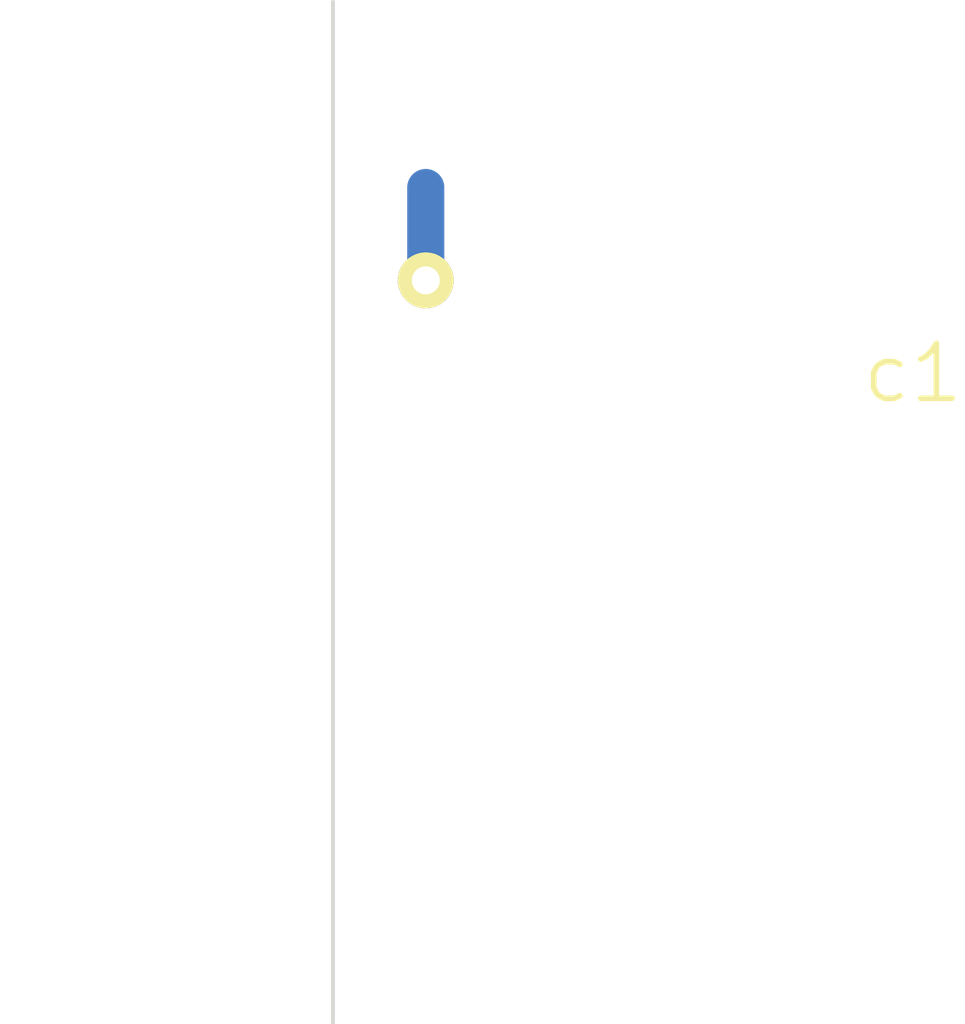
<source format=kicad_pcb>
(kicad_pcb (version 4) (host pcbnew 0.201506282246+5838~23~ubuntu14.04.1-product)

  (general
    (links 39)
    (no_connects 3)
    (area -9.292 -28.167801 22.783001 8.3664)
    (thickness 1.6)
    (drawings 4)
    (tracks 40)
    (zones 0)
    (modules 20)
    (nets 26)
  )

  (page A4)
  (layers
    (0 F.Cu signal)
    (31 B.Cu signal)
    (32 B.Adhes user)
    (33 F.Adhes user)
    (34 B.Paste user)
    (35 F.Paste user)
    (36 B.SilkS user)
    (37 F.SilkS user)
    (38 B.Mask user)
    (39 F.Mask user)
    (40 Dwgs.User user)
    (41 Cmts.User user)
    (42 Eco1.User user)
    (43 Eco2.User user)
    (44 Edge.Cuts user)
    (45 Margin user)
    (46 B.CrtYd user)
    (47 F.CrtYd user)
    (48 B.Fab user)
    (49 F.Fab user)
  )

  (setup
    (last_trace_width 1.016)
    (trace_clearance 0.2)
    (zone_clearance 0.508)
    (zone_45_only no)
    (trace_min 0.2)
    (segment_width 0.2)
    (edge_width 0.1)
    (via_size 0.6)
    (via_drill 0.4)
    (via_min_size 0.4)
    (via_min_drill 0.3)
    (uvia_size 0.3)
    (uvia_drill 0.1)
    (uvias_allowed no)
    (uvia_min_size 0)
    (uvia_min_drill 0)
    (pcb_text_width 0.3)
    (pcb_text_size 1.5 1.5)
    (mod_edge_width 0.15)
    (mod_text_size 1 1)
    (mod_text_width 0.15)
    (pad_size 1.7272 1.7272)
    (pad_drill 1.016)
    (pad_to_mask_clearance 0)
    (aux_axis_origin -0.1778 0.0254)
    (grid_origin 9.9822 10.1854)
    (visible_elements FFFFFFFF)
    (pcbplotparams
      (layerselection 0x010f0_80000001)
      (usegerberextensions false)
      (excludeedgelayer true)
      (linewidth 0.100000)
      (plotframeref false)
      (viasonmask false)
      (mode 1)
      (useauxorigin false)
      (hpglpennumber 1)
      (hpglpenspeed 20)
      (hpglpendiameter 15)
      (hpglpenoverlay 2)
      (psnegative false)
      (psa4output false)
      (plotreference true)
      (plotvalue true)
      (plotinvisibletext false)
      (padsonsilk false)
      (subtractmaskfromsilk false)
      (outputformat 1)
      (mirror false)
      (drillshape 0)
      (scaleselection 1)
      (outputdirectory fab/))
  )

  (net 0 "")
  (net 1 "Net-(P1-Pad1)")
  (net 2 "Net-(R1-Pad2)")
  (net 3 "Net-(P1-Pad2)")
  (net 4 "Net-(R2-Pad2)")
  (net 5 "Net-(P1-Pad3)")
  (net 6 "Net-(R3-Pad2)")
  (net 7 "Net-(P1-Pad4)")
  (net 8 "Net-(R4-Pad2)")
  (net 9 "Net-(D1-Pad2)")
  (net 10 "Net-(D1-Pad1)")
  (net 11 "Net-(D2-Pad1)")
  (net 12 "Net-(D3-Pad1)")
  (net 13 "Net-(D3-Pad2)")
  (net 14 "Net-(D4-Pad1)")
  (net 15 "Net-(D5-Pad1)")
  (net 16 "Net-(D5-Pad2)")
  (net 17 "Net-(D6-Pad1)")
  (net 18 "Net-(D7-Pad1)")
  (net 19 "Net-(D8-Pad1)")
  (net 20 "Net-(R3-Pad1)")
  (net 21 "Net-(R4-Pad1)")
  (net 22 "Net-(R5-Pad1)")
  (net 23 "Net-(R5-Pad2)")
  (net 24 "Net-(R6-Pad1)")
  (net 25 "Net-(R8-Pad1)")

  (net_class Default "This is the default net class."
    (clearance 0.2)
    (trace_width 1.016)
    (via_dia 0.6)
    (via_drill 0.4)
    (uvia_dia 0.3)
    (uvia_drill 0.1)
    (add_net "Net-(D1-Pad1)")
    (add_net "Net-(D1-Pad2)")
    (add_net "Net-(D2-Pad1)")
    (add_net "Net-(D3-Pad1)")
    (add_net "Net-(D3-Pad2)")
    (add_net "Net-(D4-Pad1)")
    (add_net "Net-(D5-Pad1)")
    (add_net "Net-(D5-Pad2)")
    (add_net "Net-(D6-Pad1)")
    (add_net "Net-(D7-Pad1)")
    (add_net "Net-(D8-Pad1)")
    (add_net "Net-(P1-Pad1)")
    (add_net "Net-(P1-Pad2)")
    (add_net "Net-(P1-Pad3)")
    (add_net "Net-(P1-Pad4)")
    (add_net "Net-(R1-Pad2)")
    (add_net "Net-(R2-Pad2)")
    (add_net "Net-(R3-Pad1)")
    (add_net "Net-(R3-Pad2)")
    (add_net "Net-(R4-Pad1)")
    (add_net "Net-(R4-Pad2)")
    (add_net "Net-(R5-Pad1)")
    (add_net "Net-(R5-Pad2)")
    (add_net "Net-(R6-Pad1)")
    (add_net "Net-(R8-Pad1)")
  )



  (module XXX (layer F.Cu) (tedit 5593A078) (tstamp 5593925D)
    (at 11.303 -21.7678)
    (path /55938144)
    (fp_text reference c1 (at 4.445 3.81) (layer F.SilkS)
      (effects (font (size 1.5 1.5) (thickness 0.15)))
    )
    (fp_text value "" (at -20.32 -3.81) (layer F.SilkS)
      (effects (font (size 1.5 1.5) (thickness 0.15)))
    )
    (pad 1 thru_hole circle (at -8.89 1.27) (size 1.524 1.524) (drill 0.762) (layers *.Cu *.Mask F.SilkS)
      (net 4 "Net-(R2-Pad2)"))

  )


  (module YYY (layer F.Cu) (tedit 5593A078) (tstamp 5593925D)
    (at 11.303 -21.7678)
    (path /55938144)
    (fp_text reference c1 (at 4.445 3.81) (layer F.SilkS)
      (effects (font (size 1.5 1.5) (thickness 0.15)))
    )
    (fp_text value "" (at -20.32 -3.81) (layer F.SilkS)
      (effects (font (size 1.5 1.5) (thickness 0.15)))
    )
    (pad 1 thru_hole circle (at -8.89 1.27) (size 1.524 1.524) (drill 0.762) (layers *.Cu *.Mask F.SilkS)
      (net 4 "Net-(R2-Pad2)"))

  )

  (gr_line (start -0.127 -0.1778) (end -0.127 -28.1178) (angle 90) (layer Edge.Cuts) (width 0.1))


  (segment (start 2.413 -20.4978) (end 2.413 -23.0378) (width 1.016) (layer B.Cu) (net 1))

)

</source>
